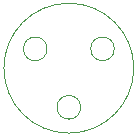
<source format=gbr>
%TF.GenerationSoftware,KiCad,Pcbnew,8.0.5-8.0.5-0~ubuntu24.04.1*%
%TF.CreationDate,2024-09-15T15:23:13-06:00*%
%TF.ProjectId,DRV8311 on motor driver,44525638-3331-4312-906f-6e206d6f746f,rev?*%
%TF.SameCoordinates,Original*%
%TF.FileFunction,Profile,NP*%
%FSLAX46Y46*%
G04 Gerber Fmt 4.6, Leading zero omitted, Abs format (unit mm)*
G04 Created by KiCad (PCBNEW 8.0.5-8.0.5-0~ubuntu24.04.1) date 2024-09-15 15:23:13*
%MOMM*%
%LPD*%
G01*
G04 APERTURE LIST*
%TA.AperFunction,Profile*%
%ADD10C,0.050000*%
%TD*%
%TA.AperFunction,Profile*%
%ADD11C,0.100000*%
%TD*%
G04 APERTURE END LIST*
D10*
X169450000Y-98800000D02*
G75*
G02*
X167450000Y-98800000I-1000000J0D01*
G01*
X167450000Y-98800000D02*
G75*
G02*
X169450000Y-98800000I1000000J0D01*
G01*
X175150000Y-98800000D02*
G75*
G02*
X173150000Y-98800000I-1000000J0D01*
G01*
X173150000Y-98800000D02*
G75*
G02*
X175150000Y-98800000I1000000J0D01*
G01*
X172300000Y-103750000D02*
G75*
G02*
X170300000Y-103750000I-1000000J0D01*
G01*
X170300000Y-103750000D02*
G75*
G02*
X172300000Y-103750000I1000000J0D01*
G01*
D11*
X176799478Y-100436440D02*
G75*
G02*
X165799478Y-100436440I-5500000J0D01*
G01*
X165799478Y-100436440D02*
G75*
G02*
X176799478Y-100436440I5500000J0D01*
G01*
M02*

</source>
